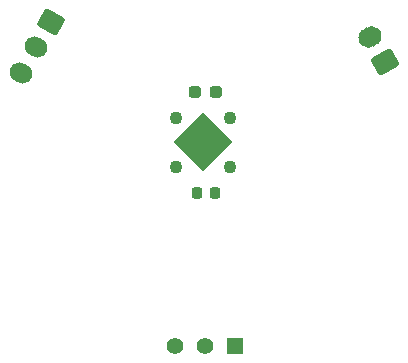
<source format=gbr>
%TF.GenerationSoftware,KiCad,Pcbnew,8.0.2-1*%
%TF.CreationDate,2024-07-15T16:51:55-04:00*%
%TF.ProjectId,Untitled,556e7469-746c-4656-942e-6b696361645f,rev?*%
%TF.SameCoordinates,Original*%
%TF.FileFunction,Soldermask,Top*%
%TF.FilePolarity,Negative*%
%FSLAX46Y46*%
G04 Gerber Fmt 4.6, Leading zero omitted, Abs format (unit mm)*
G04 Created by KiCad (PCBNEW 8.0.2-1) date 2024-07-15 16:51:55*
%MOMM*%
%LPD*%
G01*
G04 APERTURE LIST*
G04 Aperture macros list*
%AMRoundRect*
0 Rectangle with rounded corners*
0 $1 Rounding radius*
0 $2 $3 $4 $5 $6 $7 $8 $9 X,Y pos of 4 corners*
0 Add a 4 corners polygon primitive as box body*
4,1,4,$2,$3,$4,$5,$6,$7,$8,$9,$2,$3,0*
0 Add four circle primitives for the rounded corners*
1,1,$1+$1,$2,$3*
1,1,$1+$1,$4,$5*
1,1,$1+$1,$6,$7*
1,1,$1+$1,$8,$9*
0 Add four rect primitives between the rounded corners*
20,1,$1+$1,$2,$3,$4,$5,0*
20,1,$1+$1,$4,$5,$6,$7,0*
20,1,$1+$1,$6,$7,$8,$9,0*
20,1,$1+$1,$8,$9,$2,$3,0*%
%AMHorizOval*
0 Thick line with rounded ends*
0 $1 width*
0 $2 $3 position (X,Y) of the first rounded end (center of the circle)*
0 $4 $5 position (X,Y) of the second rounded end (center of the circle)*
0 Add line between two ends*
20,1,$1,$2,$3,$4,$5,0*
0 Add two circle primitives to create the rounded ends*
1,1,$1,$2,$3*
1,1,$1,$4,$5*%
%AMRotRect*
0 Rectangle, with rotation*
0 The origin of the aperture is its center*
0 $1 length*
0 $2 width*
0 $3 Rotation angle, in degrees counterclockwise*
0 Add horizontal line*
21,1,$1,$2,0,0,$3*%
G04 Aperture macros list end*
%ADD10C,1.100000*%
%ADD11RoundRect,0.237500X-0.287500X-0.237500X0.287500X-0.237500X0.287500X0.237500X-0.287500X0.237500X0*%
%ADD12RoundRect,0.225000X-0.225000X-0.250000X0.225000X-0.250000X0.225000X0.250000X-0.225000X0.250000X0*%
%ADD13RotRect,3.500000X3.500000X45.000000*%
%ADD14RoundRect,0.250000X-0.327868X0.882115X-0.927868X-0.157115X0.327868X-0.882115X0.927868X0.157115X0*%
%ADD15HorizOval,1.700000X-0.108253X0.062500X0.108253X-0.062500X0*%
%ADD16R,1.397000X1.397000*%
%ADD17C,1.397000*%
%ADD18RoundRect,0.250000X0.949519X-0.144615X0.349519X0.894615X-0.949519X0.144615X-0.349519X-0.894615X0*%
%ADD19HorizOval,1.700000X0.129904X0.075000X-0.129904X-0.075000X0*%
G04 APERTURE END LIST*
D10*
%TO.C,REF\u002A\u002A*%
X101190000Y-60110000D03*
D11*
X102865000Y-53725000D03*
D12*
X102965000Y-62260000D03*
X104515000Y-62260000D03*
D11*
X104615000Y-53725000D03*
D10*
X105790000Y-60110000D03*
X101190000Y-55910000D03*
X105790000Y-55910000D03*
D13*
X103490000Y-58010000D03*
%TD*%
D14*
%TO.C,REF\u002A\u002A*%
X90600000Y-47800000D03*
D15*
X89350000Y-49965064D03*
X88100000Y-52130127D03*
%TD*%
D16*
%TO.C,REF\u002A\u002A*%
X106187500Y-75250100D03*
D17*
X103647500Y-75250100D03*
X101107500Y-75250100D03*
%TD*%
D18*
%TO.C,REF\u002A\u002A*%
X118879664Y-51220032D03*
D19*
X117629664Y-49054968D03*
%TD*%
M02*

</source>
